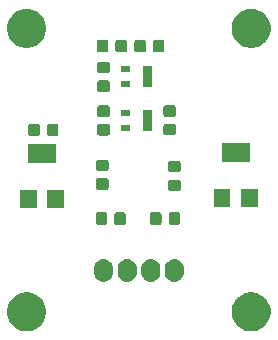
<source format=gts>
G04 #@! TF.GenerationSoftware,KiCad,Pcbnew,(5.1.2)-1*
G04 #@! TF.CreationDate,2021-06-27T22:03:38+09:00*
G04 #@! TF.ProjectId,ls,6c732e6b-6963-4616-945f-706362585858,v1.0*
G04 #@! TF.SameCoordinates,Original*
G04 #@! TF.FileFunction,Soldermask,Top*
G04 #@! TF.FilePolarity,Negative*
%FSLAX46Y46*%
G04 Gerber Fmt 4.6, Leading zero omitted, Abs format (unit mm)*
G04 Created by KiCad (PCBNEW (5.1.2)-1) date 2021-06-27 22:03:38*
%MOMM*%
%LPD*%
G04 APERTURE LIST*
%ADD10C,0.100000*%
G04 APERTURE END LIST*
D10*
G36*
X157375256Y-110391298D02*
G01*
X157481579Y-110412447D01*
X157782042Y-110536903D01*
X158052451Y-110717585D01*
X158282415Y-110947549D01*
X158463097Y-111217958D01*
X158587553Y-111518421D01*
X158651000Y-111837391D01*
X158651000Y-112162609D01*
X158587553Y-112481579D01*
X158463097Y-112782042D01*
X158282415Y-113052451D01*
X158052451Y-113282415D01*
X157782042Y-113463097D01*
X157481579Y-113587553D01*
X157375256Y-113608702D01*
X157162611Y-113651000D01*
X156837389Y-113651000D01*
X156624744Y-113608702D01*
X156518421Y-113587553D01*
X156217958Y-113463097D01*
X155947549Y-113282415D01*
X155717585Y-113052451D01*
X155536903Y-112782042D01*
X155412447Y-112481579D01*
X155349000Y-112162609D01*
X155349000Y-111837391D01*
X155412447Y-111518421D01*
X155536903Y-111217958D01*
X155717585Y-110947549D01*
X155947549Y-110717585D01*
X156217958Y-110536903D01*
X156518421Y-110412447D01*
X156624744Y-110391298D01*
X156837389Y-110349000D01*
X157162611Y-110349000D01*
X157375256Y-110391298D01*
X157375256Y-110391298D01*
G37*
G36*
X138375256Y-110391298D02*
G01*
X138481579Y-110412447D01*
X138782042Y-110536903D01*
X139052451Y-110717585D01*
X139282415Y-110947549D01*
X139463097Y-111217958D01*
X139587553Y-111518421D01*
X139651000Y-111837391D01*
X139651000Y-112162609D01*
X139587553Y-112481579D01*
X139463097Y-112782042D01*
X139282415Y-113052451D01*
X139052451Y-113282415D01*
X138782042Y-113463097D01*
X138481579Y-113587553D01*
X138375256Y-113608702D01*
X138162611Y-113651000D01*
X137837389Y-113651000D01*
X137624744Y-113608702D01*
X137518421Y-113587553D01*
X137217958Y-113463097D01*
X136947549Y-113282415D01*
X136717585Y-113052451D01*
X136536903Y-112782042D01*
X136412447Y-112481579D01*
X136349000Y-112162609D01*
X136349000Y-111837391D01*
X136412447Y-111518421D01*
X136536903Y-111217958D01*
X136717585Y-110947549D01*
X136947549Y-110717585D01*
X137217958Y-110536903D01*
X137518421Y-110412447D01*
X137624744Y-110391298D01*
X137837389Y-110349000D01*
X138162611Y-110349000D01*
X138375256Y-110391298D01*
X138375256Y-110391298D01*
G37*
G36*
X144659376Y-107560764D02*
G01*
X144812627Y-107607252D01*
X144812630Y-107607253D01*
X144953863Y-107682744D01*
X145077659Y-107784341D01*
X145179256Y-107908137D01*
X145254747Y-108049370D01*
X145254748Y-108049373D01*
X145301236Y-108202625D01*
X145313000Y-108322068D01*
X145313000Y-108677933D01*
X145301236Y-108797376D01*
X145254748Y-108950626D01*
X145254747Y-108950630D01*
X145179256Y-109091863D01*
X145077659Y-109215659D01*
X144953863Y-109317256D01*
X144812629Y-109392747D01*
X144812626Y-109392748D01*
X144659375Y-109439236D01*
X144500000Y-109454933D01*
X144340624Y-109439236D01*
X144187373Y-109392748D01*
X144187370Y-109392747D01*
X144046137Y-109317256D01*
X143922341Y-109215659D01*
X143820744Y-109091863D01*
X143745253Y-108950629D01*
X143745252Y-108950626D01*
X143698764Y-108797375D01*
X143687000Y-108677932D01*
X143687000Y-108322067D01*
X143698764Y-108202624D01*
X143745252Y-108049373D01*
X143745253Y-108049370D01*
X143820744Y-107908137D01*
X143922341Y-107784341D01*
X144046137Y-107682744D01*
X144187371Y-107607253D01*
X144187374Y-107607252D01*
X144340625Y-107560764D01*
X144500000Y-107545067D01*
X144659376Y-107560764D01*
X144659376Y-107560764D01*
G37*
G36*
X146659376Y-107560764D02*
G01*
X146812627Y-107607252D01*
X146812630Y-107607253D01*
X146953863Y-107682744D01*
X147077659Y-107784341D01*
X147179256Y-107908137D01*
X147254747Y-108049370D01*
X147254748Y-108049373D01*
X147301236Y-108202625D01*
X147313000Y-108322068D01*
X147313000Y-108677933D01*
X147301236Y-108797376D01*
X147254748Y-108950626D01*
X147254747Y-108950630D01*
X147179256Y-109091863D01*
X147077659Y-109215659D01*
X146953863Y-109317256D01*
X146812629Y-109392747D01*
X146812626Y-109392748D01*
X146659375Y-109439236D01*
X146500000Y-109454933D01*
X146340624Y-109439236D01*
X146187373Y-109392748D01*
X146187370Y-109392747D01*
X146046137Y-109317256D01*
X145922341Y-109215659D01*
X145820744Y-109091863D01*
X145745253Y-108950629D01*
X145745252Y-108950626D01*
X145698764Y-108797375D01*
X145687000Y-108677932D01*
X145687000Y-108322067D01*
X145698764Y-108202624D01*
X145745252Y-108049373D01*
X145745253Y-108049370D01*
X145820744Y-107908137D01*
X145922341Y-107784341D01*
X146046137Y-107682744D01*
X146187371Y-107607253D01*
X146187374Y-107607252D01*
X146340625Y-107560764D01*
X146500000Y-107545067D01*
X146659376Y-107560764D01*
X146659376Y-107560764D01*
G37*
G36*
X150659376Y-107560764D02*
G01*
X150812627Y-107607252D01*
X150812630Y-107607253D01*
X150953863Y-107682744D01*
X151077659Y-107784341D01*
X151179256Y-107908137D01*
X151254747Y-108049370D01*
X151254748Y-108049373D01*
X151301236Y-108202625D01*
X151313000Y-108322068D01*
X151313000Y-108677933D01*
X151301236Y-108797376D01*
X151254748Y-108950626D01*
X151254747Y-108950630D01*
X151179256Y-109091863D01*
X151077659Y-109215659D01*
X150953863Y-109317256D01*
X150812629Y-109392747D01*
X150812626Y-109392748D01*
X150659375Y-109439236D01*
X150500000Y-109454933D01*
X150340624Y-109439236D01*
X150187373Y-109392748D01*
X150187370Y-109392747D01*
X150046137Y-109317256D01*
X149922341Y-109215659D01*
X149820744Y-109091863D01*
X149745253Y-108950629D01*
X149745252Y-108950626D01*
X149698764Y-108797375D01*
X149687000Y-108677932D01*
X149687000Y-108322067D01*
X149698764Y-108202624D01*
X149745252Y-108049373D01*
X149745253Y-108049370D01*
X149820744Y-107908137D01*
X149922341Y-107784341D01*
X150046137Y-107682744D01*
X150187371Y-107607253D01*
X150187374Y-107607252D01*
X150340625Y-107560764D01*
X150500000Y-107545067D01*
X150659376Y-107560764D01*
X150659376Y-107560764D01*
G37*
G36*
X148659376Y-107560764D02*
G01*
X148812627Y-107607252D01*
X148812630Y-107607253D01*
X148953863Y-107682744D01*
X149077659Y-107784341D01*
X149179256Y-107908137D01*
X149254747Y-108049370D01*
X149254748Y-108049373D01*
X149301236Y-108202625D01*
X149313000Y-108322068D01*
X149313000Y-108677933D01*
X149301236Y-108797376D01*
X149254748Y-108950626D01*
X149254747Y-108950630D01*
X149179256Y-109091863D01*
X149077659Y-109215659D01*
X148953863Y-109317256D01*
X148812629Y-109392747D01*
X148812626Y-109392748D01*
X148659375Y-109439236D01*
X148500000Y-109454933D01*
X148340624Y-109439236D01*
X148187373Y-109392748D01*
X148187370Y-109392747D01*
X148046137Y-109317256D01*
X147922341Y-109215659D01*
X147820744Y-109091863D01*
X147745253Y-108950629D01*
X147745252Y-108950626D01*
X147698764Y-108797375D01*
X147687000Y-108677932D01*
X147687000Y-108322067D01*
X147698764Y-108202624D01*
X147745252Y-108049373D01*
X147745253Y-108049370D01*
X147820744Y-107908137D01*
X147922341Y-107784341D01*
X148046137Y-107682744D01*
X148187371Y-107607253D01*
X148187374Y-107607252D01*
X148340625Y-107560764D01*
X148500000Y-107545067D01*
X148659376Y-107560764D01*
X148659376Y-107560764D01*
G37*
G36*
X144666591Y-103578085D02*
G01*
X144700569Y-103588393D01*
X144731890Y-103605134D01*
X144759339Y-103627661D01*
X144781866Y-103655110D01*
X144798607Y-103686431D01*
X144808915Y-103720409D01*
X144813000Y-103761890D01*
X144813000Y-104438110D01*
X144808915Y-104479591D01*
X144798607Y-104513569D01*
X144781866Y-104544890D01*
X144759339Y-104572339D01*
X144731890Y-104594866D01*
X144700569Y-104611607D01*
X144666591Y-104621915D01*
X144625110Y-104626000D01*
X144023890Y-104626000D01*
X143982409Y-104621915D01*
X143948431Y-104611607D01*
X143917110Y-104594866D01*
X143889661Y-104572339D01*
X143867134Y-104544890D01*
X143850393Y-104513569D01*
X143840085Y-104479591D01*
X143836000Y-104438110D01*
X143836000Y-103761890D01*
X143840085Y-103720409D01*
X143850393Y-103686431D01*
X143867134Y-103655110D01*
X143889661Y-103627661D01*
X143917110Y-103605134D01*
X143948431Y-103588393D01*
X143982409Y-103578085D01*
X144023890Y-103574000D01*
X144625110Y-103574000D01*
X144666591Y-103578085D01*
X144666591Y-103578085D01*
G37*
G36*
X146241591Y-103578085D02*
G01*
X146275569Y-103588393D01*
X146306890Y-103605134D01*
X146334339Y-103627661D01*
X146356866Y-103655110D01*
X146373607Y-103686431D01*
X146383915Y-103720409D01*
X146388000Y-103761890D01*
X146388000Y-104438110D01*
X146383915Y-104479591D01*
X146373607Y-104513569D01*
X146356866Y-104544890D01*
X146334339Y-104572339D01*
X146306890Y-104594866D01*
X146275569Y-104611607D01*
X146241591Y-104621915D01*
X146200110Y-104626000D01*
X145598890Y-104626000D01*
X145557409Y-104621915D01*
X145523431Y-104611607D01*
X145492110Y-104594866D01*
X145464661Y-104572339D01*
X145442134Y-104544890D01*
X145425393Y-104513569D01*
X145415085Y-104479591D01*
X145411000Y-104438110D01*
X145411000Y-103761890D01*
X145415085Y-103720409D01*
X145425393Y-103686431D01*
X145442134Y-103655110D01*
X145464661Y-103627661D01*
X145492110Y-103605134D01*
X145523431Y-103588393D01*
X145557409Y-103578085D01*
X145598890Y-103574000D01*
X146200110Y-103574000D01*
X146241591Y-103578085D01*
X146241591Y-103578085D01*
G37*
G36*
X149266591Y-103578085D02*
G01*
X149300569Y-103588393D01*
X149331890Y-103605134D01*
X149359339Y-103627661D01*
X149381866Y-103655110D01*
X149398607Y-103686431D01*
X149408915Y-103720409D01*
X149413000Y-103761890D01*
X149413000Y-104438110D01*
X149408915Y-104479591D01*
X149398607Y-104513569D01*
X149381866Y-104544890D01*
X149359339Y-104572339D01*
X149331890Y-104594866D01*
X149300569Y-104611607D01*
X149266591Y-104621915D01*
X149225110Y-104626000D01*
X148623890Y-104626000D01*
X148582409Y-104621915D01*
X148548431Y-104611607D01*
X148517110Y-104594866D01*
X148489661Y-104572339D01*
X148467134Y-104544890D01*
X148450393Y-104513569D01*
X148440085Y-104479591D01*
X148436000Y-104438110D01*
X148436000Y-103761890D01*
X148440085Y-103720409D01*
X148450393Y-103686431D01*
X148467134Y-103655110D01*
X148489661Y-103627661D01*
X148517110Y-103605134D01*
X148548431Y-103588393D01*
X148582409Y-103578085D01*
X148623890Y-103574000D01*
X149225110Y-103574000D01*
X149266591Y-103578085D01*
X149266591Y-103578085D01*
G37*
G36*
X150841591Y-103578085D02*
G01*
X150875569Y-103588393D01*
X150906890Y-103605134D01*
X150934339Y-103627661D01*
X150956866Y-103655110D01*
X150973607Y-103686431D01*
X150983915Y-103720409D01*
X150988000Y-103761890D01*
X150988000Y-104438110D01*
X150983915Y-104479591D01*
X150973607Y-104513569D01*
X150956866Y-104544890D01*
X150934339Y-104572339D01*
X150906890Y-104594866D01*
X150875569Y-104611607D01*
X150841591Y-104621915D01*
X150800110Y-104626000D01*
X150198890Y-104626000D01*
X150157409Y-104621915D01*
X150123431Y-104611607D01*
X150092110Y-104594866D01*
X150064661Y-104572339D01*
X150042134Y-104544890D01*
X150025393Y-104513569D01*
X150015085Y-104479591D01*
X150011000Y-104438110D01*
X150011000Y-103761890D01*
X150015085Y-103720409D01*
X150025393Y-103686431D01*
X150042134Y-103655110D01*
X150064661Y-103627661D01*
X150092110Y-103605134D01*
X150123431Y-103588393D01*
X150157409Y-103578085D01*
X150198890Y-103574000D01*
X150800110Y-103574000D01*
X150841591Y-103578085D01*
X150841591Y-103578085D01*
G37*
G36*
X141148050Y-103200550D02*
G01*
X139748110Y-103200550D01*
X139748110Y-101699010D01*
X141148050Y-101699010D01*
X141148050Y-103200550D01*
X141148050Y-103200550D01*
G37*
G36*
X138851890Y-103200550D02*
G01*
X137451950Y-103200550D01*
X137451950Y-101699010D01*
X138851890Y-101699010D01*
X138851890Y-103200550D01*
X138851890Y-103200550D01*
G37*
G36*
X157548050Y-103100550D02*
G01*
X156148110Y-103100550D01*
X156148110Y-101599010D01*
X157548050Y-101599010D01*
X157548050Y-103100550D01*
X157548050Y-103100550D01*
G37*
G36*
X155251890Y-103100550D02*
G01*
X153851950Y-103100550D01*
X153851950Y-101599010D01*
X155251890Y-101599010D01*
X155251890Y-103100550D01*
X155251890Y-103100550D01*
G37*
G36*
X150879591Y-100803085D02*
G01*
X150913569Y-100813393D01*
X150944890Y-100830134D01*
X150972339Y-100852661D01*
X150994866Y-100880110D01*
X151011607Y-100911431D01*
X151021915Y-100945409D01*
X151026000Y-100986890D01*
X151026000Y-101588110D01*
X151021915Y-101629591D01*
X151011607Y-101663569D01*
X150994866Y-101694890D01*
X150972339Y-101722339D01*
X150944890Y-101744866D01*
X150913569Y-101761607D01*
X150879591Y-101771915D01*
X150838110Y-101776000D01*
X150161890Y-101776000D01*
X150120409Y-101771915D01*
X150086431Y-101761607D01*
X150055110Y-101744866D01*
X150027661Y-101722339D01*
X150005134Y-101694890D01*
X149988393Y-101663569D01*
X149978085Y-101629591D01*
X149974000Y-101588110D01*
X149974000Y-100986890D01*
X149978085Y-100945409D01*
X149988393Y-100911431D01*
X150005134Y-100880110D01*
X150027661Y-100852661D01*
X150055110Y-100830134D01*
X150086431Y-100813393D01*
X150120409Y-100803085D01*
X150161890Y-100799000D01*
X150838110Y-100799000D01*
X150879591Y-100803085D01*
X150879591Y-100803085D01*
G37*
G36*
X144779591Y-100691085D02*
G01*
X144813569Y-100701393D01*
X144844890Y-100718134D01*
X144872339Y-100740661D01*
X144894866Y-100768110D01*
X144911607Y-100799431D01*
X144921915Y-100833409D01*
X144926000Y-100874890D01*
X144926000Y-101476110D01*
X144921915Y-101517591D01*
X144911607Y-101551569D01*
X144894866Y-101582890D01*
X144872339Y-101610339D01*
X144844890Y-101632866D01*
X144813569Y-101649607D01*
X144779591Y-101659915D01*
X144738110Y-101664000D01*
X144061890Y-101664000D01*
X144020409Y-101659915D01*
X143986431Y-101649607D01*
X143955110Y-101632866D01*
X143927661Y-101610339D01*
X143905134Y-101582890D01*
X143888393Y-101551569D01*
X143878085Y-101517591D01*
X143874000Y-101476110D01*
X143874000Y-100874890D01*
X143878085Y-100833409D01*
X143888393Y-100799431D01*
X143905134Y-100768110D01*
X143927661Y-100740661D01*
X143955110Y-100718134D01*
X143986431Y-100701393D01*
X144020409Y-100691085D01*
X144061890Y-100687000D01*
X144738110Y-100687000D01*
X144779591Y-100691085D01*
X144779591Y-100691085D01*
G37*
G36*
X150879591Y-99228085D02*
G01*
X150913569Y-99238393D01*
X150944890Y-99255134D01*
X150972339Y-99277661D01*
X150994866Y-99305110D01*
X151011607Y-99336431D01*
X151021915Y-99370409D01*
X151026000Y-99411890D01*
X151026000Y-100013110D01*
X151021915Y-100054591D01*
X151011607Y-100088569D01*
X150994866Y-100119890D01*
X150972339Y-100147339D01*
X150944890Y-100169866D01*
X150913569Y-100186607D01*
X150879591Y-100196915D01*
X150838110Y-100201000D01*
X150161890Y-100201000D01*
X150120409Y-100196915D01*
X150086431Y-100186607D01*
X150055110Y-100169866D01*
X150027661Y-100147339D01*
X150005134Y-100119890D01*
X149988393Y-100088569D01*
X149978085Y-100054591D01*
X149974000Y-100013110D01*
X149974000Y-99411890D01*
X149978085Y-99370409D01*
X149988393Y-99336431D01*
X150005134Y-99305110D01*
X150027661Y-99277661D01*
X150055110Y-99255134D01*
X150086431Y-99238393D01*
X150120409Y-99228085D01*
X150161890Y-99224000D01*
X150838110Y-99224000D01*
X150879591Y-99228085D01*
X150879591Y-99228085D01*
G37*
G36*
X144779591Y-99116085D02*
G01*
X144813569Y-99126393D01*
X144844890Y-99143134D01*
X144872339Y-99165661D01*
X144894866Y-99193110D01*
X144911607Y-99224431D01*
X144921915Y-99258409D01*
X144926000Y-99299890D01*
X144926000Y-99901110D01*
X144921915Y-99942591D01*
X144911607Y-99976569D01*
X144894866Y-100007890D01*
X144872339Y-100035339D01*
X144844890Y-100057866D01*
X144813569Y-100074607D01*
X144779591Y-100084915D01*
X144738110Y-100089000D01*
X144061890Y-100089000D01*
X144020409Y-100084915D01*
X143986431Y-100074607D01*
X143955110Y-100057866D01*
X143927661Y-100035339D01*
X143905134Y-100007890D01*
X143888393Y-99976569D01*
X143878085Y-99942591D01*
X143874000Y-99901110D01*
X143874000Y-99299890D01*
X143878085Y-99258409D01*
X143888393Y-99224431D01*
X143905134Y-99193110D01*
X143927661Y-99165661D01*
X143955110Y-99143134D01*
X143986431Y-99126393D01*
X144020409Y-99116085D01*
X144061890Y-99112000D01*
X144738110Y-99112000D01*
X144779591Y-99116085D01*
X144779591Y-99116085D01*
G37*
G36*
X140500350Y-99401980D02*
G01*
X138099650Y-99401980D01*
X138099650Y-97801380D01*
X140500350Y-97801380D01*
X140500350Y-99401980D01*
X140500350Y-99401980D01*
G37*
G36*
X156900350Y-99301980D02*
G01*
X154499650Y-99301980D01*
X154499650Y-97701380D01*
X156900350Y-97701380D01*
X156900350Y-99301980D01*
X156900350Y-99301980D01*
G37*
G36*
X140541591Y-96078085D02*
G01*
X140575569Y-96088393D01*
X140606890Y-96105134D01*
X140634339Y-96127661D01*
X140656866Y-96155110D01*
X140673607Y-96186431D01*
X140683915Y-96220409D01*
X140688000Y-96261890D01*
X140688000Y-96938110D01*
X140683915Y-96979591D01*
X140673607Y-97013569D01*
X140656866Y-97044890D01*
X140634339Y-97072339D01*
X140606890Y-97094866D01*
X140575569Y-97111607D01*
X140541591Y-97121915D01*
X140500110Y-97126000D01*
X139898890Y-97126000D01*
X139857409Y-97121915D01*
X139823431Y-97111607D01*
X139792110Y-97094866D01*
X139764661Y-97072339D01*
X139742134Y-97044890D01*
X139725393Y-97013569D01*
X139715085Y-96979591D01*
X139711000Y-96938110D01*
X139711000Y-96261890D01*
X139715085Y-96220409D01*
X139725393Y-96186431D01*
X139742134Y-96155110D01*
X139764661Y-96127661D01*
X139792110Y-96105134D01*
X139823431Y-96088393D01*
X139857409Y-96078085D01*
X139898890Y-96074000D01*
X140500110Y-96074000D01*
X140541591Y-96078085D01*
X140541591Y-96078085D01*
G37*
G36*
X138966591Y-96078085D02*
G01*
X139000569Y-96088393D01*
X139031890Y-96105134D01*
X139059339Y-96127661D01*
X139081866Y-96155110D01*
X139098607Y-96186431D01*
X139108915Y-96220409D01*
X139113000Y-96261890D01*
X139113000Y-96938110D01*
X139108915Y-96979591D01*
X139098607Y-97013569D01*
X139081866Y-97044890D01*
X139059339Y-97072339D01*
X139031890Y-97094866D01*
X139000569Y-97111607D01*
X138966591Y-97121915D01*
X138925110Y-97126000D01*
X138323890Y-97126000D01*
X138282409Y-97121915D01*
X138248431Y-97111607D01*
X138217110Y-97094866D01*
X138189661Y-97072339D01*
X138167134Y-97044890D01*
X138150393Y-97013569D01*
X138140085Y-96979591D01*
X138136000Y-96938110D01*
X138136000Y-96261890D01*
X138140085Y-96220409D01*
X138150393Y-96186431D01*
X138167134Y-96155110D01*
X138189661Y-96127661D01*
X138217110Y-96105134D01*
X138248431Y-96088393D01*
X138282409Y-96078085D01*
X138323890Y-96074000D01*
X138925110Y-96074000D01*
X138966591Y-96078085D01*
X138966591Y-96078085D01*
G37*
G36*
X144879591Y-96103085D02*
G01*
X144913569Y-96113393D01*
X144944890Y-96130134D01*
X144972339Y-96152661D01*
X144994866Y-96180110D01*
X145011607Y-96211431D01*
X145021915Y-96245409D01*
X145026000Y-96286890D01*
X145026000Y-96888110D01*
X145021915Y-96929591D01*
X145011607Y-96963569D01*
X144994866Y-96994890D01*
X144972339Y-97022339D01*
X144944890Y-97044866D01*
X144913569Y-97061607D01*
X144879591Y-97071915D01*
X144838110Y-97076000D01*
X144161890Y-97076000D01*
X144120409Y-97071915D01*
X144086431Y-97061607D01*
X144055110Y-97044866D01*
X144027661Y-97022339D01*
X144005134Y-96994890D01*
X143988393Y-96963569D01*
X143978085Y-96929591D01*
X143974000Y-96888110D01*
X143974000Y-96286890D01*
X143978085Y-96245409D01*
X143988393Y-96211431D01*
X144005134Y-96180110D01*
X144027661Y-96152661D01*
X144055110Y-96130134D01*
X144086431Y-96113393D01*
X144120409Y-96103085D01*
X144161890Y-96099000D01*
X144838110Y-96099000D01*
X144879591Y-96103085D01*
X144879591Y-96103085D01*
G37*
G36*
X150479591Y-96090585D02*
G01*
X150513569Y-96100893D01*
X150544890Y-96117634D01*
X150572339Y-96140161D01*
X150594866Y-96167610D01*
X150611607Y-96198931D01*
X150621915Y-96232909D01*
X150626000Y-96274390D01*
X150626000Y-96875610D01*
X150621915Y-96917091D01*
X150611607Y-96951069D01*
X150594866Y-96982390D01*
X150572339Y-97009839D01*
X150544890Y-97032366D01*
X150513569Y-97049107D01*
X150479591Y-97059415D01*
X150438110Y-97063500D01*
X149761890Y-97063500D01*
X149720409Y-97059415D01*
X149686431Y-97049107D01*
X149655110Y-97032366D01*
X149627661Y-97009839D01*
X149605134Y-96982390D01*
X149588393Y-96951069D01*
X149578085Y-96917091D01*
X149574000Y-96875610D01*
X149574000Y-96274390D01*
X149578085Y-96232909D01*
X149588393Y-96198931D01*
X149605134Y-96167610D01*
X149627661Y-96140161D01*
X149655110Y-96117634D01*
X149686431Y-96100893D01*
X149720409Y-96090585D01*
X149761890Y-96086500D01*
X150438110Y-96086500D01*
X150479591Y-96090585D01*
X150479591Y-96090585D01*
G37*
G36*
X146726000Y-96701000D02*
G01*
X145974000Y-96701000D01*
X145974000Y-96199000D01*
X146726000Y-96199000D01*
X146726000Y-96701000D01*
X146726000Y-96701000D01*
G37*
G36*
X148626000Y-96701000D02*
G01*
X147874000Y-96701000D01*
X147874000Y-94899000D01*
X148626000Y-94899000D01*
X148626000Y-96701000D01*
X148626000Y-96701000D01*
G37*
G36*
X144879591Y-94528085D02*
G01*
X144913569Y-94538393D01*
X144944890Y-94555134D01*
X144972339Y-94577661D01*
X144994866Y-94605110D01*
X145011607Y-94636431D01*
X145021915Y-94670409D01*
X145026000Y-94711890D01*
X145026000Y-95313110D01*
X145021915Y-95354591D01*
X145011607Y-95388569D01*
X144994866Y-95419890D01*
X144972339Y-95447339D01*
X144944890Y-95469866D01*
X144913569Y-95486607D01*
X144879591Y-95496915D01*
X144838110Y-95501000D01*
X144161890Y-95501000D01*
X144120409Y-95496915D01*
X144086431Y-95486607D01*
X144055110Y-95469866D01*
X144027661Y-95447339D01*
X144005134Y-95419890D01*
X143988393Y-95388569D01*
X143978085Y-95354591D01*
X143974000Y-95313110D01*
X143974000Y-94711890D01*
X143978085Y-94670409D01*
X143988393Y-94636431D01*
X144005134Y-94605110D01*
X144027661Y-94577661D01*
X144055110Y-94555134D01*
X144086431Y-94538393D01*
X144120409Y-94528085D01*
X144161890Y-94524000D01*
X144838110Y-94524000D01*
X144879591Y-94528085D01*
X144879591Y-94528085D01*
G37*
G36*
X150479591Y-94515585D02*
G01*
X150513569Y-94525893D01*
X150544890Y-94542634D01*
X150572339Y-94565161D01*
X150594866Y-94592610D01*
X150611607Y-94623931D01*
X150621915Y-94657909D01*
X150626000Y-94699390D01*
X150626000Y-95300610D01*
X150621915Y-95342091D01*
X150611607Y-95376069D01*
X150594866Y-95407390D01*
X150572339Y-95434839D01*
X150544890Y-95457366D01*
X150513569Y-95474107D01*
X150479591Y-95484415D01*
X150438110Y-95488500D01*
X149761890Y-95488500D01*
X149720409Y-95484415D01*
X149686431Y-95474107D01*
X149655110Y-95457366D01*
X149627661Y-95434839D01*
X149605134Y-95407390D01*
X149588393Y-95376069D01*
X149578085Y-95342091D01*
X149574000Y-95300610D01*
X149574000Y-94699390D01*
X149578085Y-94657909D01*
X149588393Y-94623931D01*
X149605134Y-94592610D01*
X149627661Y-94565161D01*
X149655110Y-94542634D01*
X149686431Y-94525893D01*
X149720409Y-94515585D01*
X149761890Y-94511500D01*
X150438110Y-94511500D01*
X150479591Y-94515585D01*
X150479591Y-94515585D01*
G37*
G36*
X146726000Y-95401000D02*
G01*
X145974000Y-95401000D01*
X145974000Y-94899000D01*
X146726000Y-94899000D01*
X146726000Y-95401000D01*
X146726000Y-95401000D01*
G37*
G36*
X144879591Y-92415585D02*
G01*
X144913569Y-92425893D01*
X144944890Y-92442634D01*
X144972339Y-92465161D01*
X144994866Y-92492610D01*
X145011607Y-92523931D01*
X145021915Y-92557909D01*
X145026000Y-92599390D01*
X145026000Y-93200610D01*
X145021915Y-93242091D01*
X145011607Y-93276069D01*
X144994866Y-93307390D01*
X144972339Y-93334839D01*
X144944890Y-93357366D01*
X144913569Y-93374107D01*
X144879591Y-93384415D01*
X144838110Y-93388500D01*
X144161890Y-93388500D01*
X144120409Y-93384415D01*
X144086431Y-93374107D01*
X144055110Y-93357366D01*
X144027661Y-93334839D01*
X144005134Y-93307390D01*
X143988393Y-93276069D01*
X143978085Y-93242091D01*
X143974000Y-93200610D01*
X143974000Y-92599390D01*
X143978085Y-92557909D01*
X143988393Y-92523931D01*
X144005134Y-92492610D01*
X144027661Y-92465161D01*
X144055110Y-92442634D01*
X144086431Y-92425893D01*
X144120409Y-92415585D01*
X144161890Y-92411500D01*
X144838110Y-92411500D01*
X144879591Y-92415585D01*
X144879591Y-92415585D01*
G37*
G36*
X148626000Y-93001000D02*
G01*
X147874000Y-93001000D01*
X147874000Y-91199000D01*
X148626000Y-91199000D01*
X148626000Y-93001000D01*
X148626000Y-93001000D01*
G37*
G36*
X146726000Y-93001000D02*
G01*
X145974000Y-93001000D01*
X145974000Y-92499000D01*
X146726000Y-92499000D01*
X146726000Y-93001000D01*
X146726000Y-93001000D01*
G37*
G36*
X144879591Y-90840585D02*
G01*
X144913569Y-90850893D01*
X144944890Y-90867634D01*
X144972339Y-90890161D01*
X144994866Y-90917610D01*
X145011607Y-90948931D01*
X145021915Y-90982909D01*
X145026000Y-91024390D01*
X145026000Y-91625610D01*
X145021915Y-91667091D01*
X145011607Y-91701069D01*
X144994866Y-91732390D01*
X144972339Y-91759839D01*
X144944890Y-91782366D01*
X144913569Y-91799107D01*
X144879591Y-91809415D01*
X144838110Y-91813500D01*
X144161890Y-91813500D01*
X144120409Y-91809415D01*
X144086431Y-91799107D01*
X144055110Y-91782366D01*
X144027661Y-91759839D01*
X144005134Y-91732390D01*
X143988393Y-91701069D01*
X143978085Y-91667091D01*
X143974000Y-91625610D01*
X143974000Y-91024390D01*
X143978085Y-90982909D01*
X143988393Y-90948931D01*
X144005134Y-90917610D01*
X144027661Y-90890161D01*
X144055110Y-90867634D01*
X144086431Y-90850893D01*
X144120409Y-90840585D01*
X144161890Y-90836500D01*
X144838110Y-90836500D01*
X144879591Y-90840585D01*
X144879591Y-90840585D01*
G37*
G36*
X146726000Y-91701000D02*
G01*
X145974000Y-91701000D01*
X145974000Y-91199000D01*
X146726000Y-91199000D01*
X146726000Y-91701000D01*
X146726000Y-91701000D01*
G37*
G36*
X149517591Y-88978085D02*
G01*
X149551569Y-88988393D01*
X149582890Y-89005134D01*
X149610339Y-89027661D01*
X149632866Y-89055110D01*
X149649607Y-89086431D01*
X149659915Y-89120409D01*
X149664000Y-89161890D01*
X149664000Y-89838110D01*
X149659915Y-89879591D01*
X149649607Y-89913569D01*
X149632866Y-89944890D01*
X149610339Y-89972339D01*
X149582890Y-89994866D01*
X149551569Y-90011607D01*
X149517591Y-90021915D01*
X149476110Y-90026000D01*
X148874890Y-90026000D01*
X148833409Y-90021915D01*
X148799431Y-90011607D01*
X148768110Y-89994866D01*
X148740661Y-89972339D01*
X148718134Y-89944890D01*
X148701393Y-89913569D01*
X148691085Y-89879591D01*
X148687000Y-89838110D01*
X148687000Y-89161890D01*
X148691085Y-89120409D01*
X148701393Y-89086431D01*
X148718134Y-89055110D01*
X148740661Y-89027661D01*
X148768110Y-89005134D01*
X148799431Y-88988393D01*
X148833409Y-88978085D01*
X148874890Y-88974000D01*
X149476110Y-88974000D01*
X149517591Y-88978085D01*
X149517591Y-88978085D01*
G37*
G36*
X147942591Y-88978085D02*
G01*
X147976569Y-88988393D01*
X148007890Y-89005134D01*
X148035339Y-89027661D01*
X148057866Y-89055110D01*
X148074607Y-89086431D01*
X148084915Y-89120409D01*
X148089000Y-89161890D01*
X148089000Y-89838110D01*
X148084915Y-89879591D01*
X148074607Y-89913569D01*
X148057866Y-89944890D01*
X148035339Y-89972339D01*
X148007890Y-89994866D01*
X147976569Y-90011607D01*
X147942591Y-90021915D01*
X147901110Y-90026000D01*
X147299890Y-90026000D01*
X147258409Y-90021915D01*
X147224431Y-90011607D01*
X147193110Y-89994866D01*
X147165661Y-89972339D01*
X147143134Y-89944890D01*
X147126393Y-89913569D01*
X147116085Y-89879591D01*
X147112000Y-89838110D01*
X147112000Y-89161890D01*
X147116085Y-89120409D01*
X147126393Y-89086431D01*
X147143134Y-89055110D01*
X147165661Y-89027661D01*
X147193110Y-89005134D01*
X147224431Y-88988393D01*
X147258409Y-88978085D01*
X147299890Y-88974000D01*
X147901110Y-88974000D01*
X147942591Y-88978085D01*
X147942591Y-88978085D01*
G37*
G36*
X146341591Y-88978085D02*
G01*
X146375569Y-88988393D01*
X146406890Y-89005134D01*
X146434339Y-89027661D01*
X146456866Y-89055110D01*
X146473607Y-89086431D01*
X146483915Y-89120409D01*
X146488000Y-89161890D01*
X146488000Y-89838110D01*
X146483915Y-89879591D01*
X146473607Y-89913569D01*
X146456866Y-89944890D01*
X146434339Y-89972339D01*
X146406890Y-89994866D01*
X146375569Y-90011607D01*
X146341591Y-90021915D01*
X146300110Y-90026000D01*
X145698890Y-90026000D01*
X145657409Y-90021915D01*
X145623431Y-90011607D01*
X145592110Y-89994866D01*
X145564661Y-89972339D01*
X145542134Y-89944890D01*
X145525393Y-89913569D01*
X145515085Y-89879591D01*
X145511000Y-89838110D01*
X145511000Y-89161890D01*
X145515085Y-89120409D01*
X145525393Y-89086431D01*
X145542134Y-89055110D01*
X145564661Y-89027661D01*
X145592110Y-89005134D01*
X145623431Y-88988393D01*
X145657409Y-88978085D01*
X145698890Y-88974000D01*
X146300110Y-88974000D01*
X146341591Y-88978085D01*
X146341591Y-88978085D01*
G37*
G36*
X144766591Y-88978085D02*
G01*
X144800569Y-88988393D01*
X144831890Y-89005134D01*
X144859339Y-89027661D01*
X144881866Y-89055110D01*
X144898607Y-89086431D01*
X144908915Y-89120409D01*
X144913000Y-89161890D01*
X144913000Y-89838110D01*
X144908915Y-89879591D01*
X144898607Y-89913569D01*
X144881866Y-89944890D01*
X144859339Y-89972339D01*
X144831890Y-89994866D01*
X144800569Y-90011607D01*
X144766591Y-90021915D01*
X144725110Y-90026000D01*
X144123890Y-90026000D01*
X144082409Y-90021915D01*
X144048431Y-90011607D01*
X144017110Y-89994866D01*
X143989661Y-89972339D01*
X143967134Y-89944890D01*
X143950393Y-89913569D01*
X143940085Y-89879591D01*
X143936000Y-89838110D01*
X143936000Y-89161890D01*
X143940085Y-89120409D01*
X143950393Y-89086431D01*
X143967134Y-89055110D01*
X143989661Y-89027661D01*
X144017110Y-89005134D01*
X144048431Y-88988393D01*
X144082409Y-88978085D01*
X144123890Y-88974000D01*
X144725110Y-88974000D01*
X144766591Y-88978085D01*
X144766591Y-88978085D01*
G37*
G36*
X157375256Y-86391298D02*
G01*
X157481579Y-86412447D01*
X157782042Y-86536903D01*
X158052451Y-86717585D01*
X158282415Y-86947549D01*
X158463097Y-87217958D01*
X158587553Y-87518421D01*
X158651000Y-87837391D01*
X158651000Y-88162609D01*
X158587553Y-88481579D01*
X158463097Y-88782042D01*
X158282415Y-89052451D01*
X158052451Y-89282415D01*
X157782042Y-89463097D01*
X157481579Y-89587553D01*
X157375256Y-89608702D01*
X157162611Y-89651000D01*
X156837389Y-89651000D01*
X156624744Y-89608702D01*
X156518421Y-89587553D01*
X156217958Y-89463097D01*
X155947549Y-89282415D01*
X155717585Y-89052451D01*
X155536903Y-88782042D01*
X155412447Y-88481579D01*
X155349000Y-88162609D01*
X155349000Y-87837391D01*
X155412447Y-87518421D01*
X155536903Y-87217958D01*
X155717585Y-86947549D01*
X155947549Y-86717585D01*
X156217958Y-86536903D01*
X156518421Y-86412447D01*
X156624744Y-86391298D01*
X156837389Y-86349000D01*
X157162611Y-86349000D01*
X157375256Y-86391298D01*
X157375256Y-86391298D01*
G37*
G36*
X138375256Y-86391298D02*
G01*
X138481579Y-86412447D01*
X138782042Y-86536903D01*
X139052451Y-86717585D01*
X139282415Y-86947549D01*
X139463097Y-87217958D01*
X139587553Y-87518421D01*
X139651000Y-87837391D01*
X139651000Y-88162609D01*
X139587553Y-88481579D01*
X139463097Y-88782042D01*
X139282415Y-89052451D01*
X139052451Y-89282415D01*
X138782042Y-89463097D01*
X138481579Y-89587553D01*
X138375256Y-89608702D01*
X138162611Y-89651000D01*
X137837389Y-89651000D01*
X137624744Y-89608702D01*
X137518421Y-89587553D01*
X137217958Y-89463097D01*
X136947549Y-89282415D01*
X136717585Y-89052451D01*
X136536903Y-88782042D01*
X136412447Y-88481579D01*
X136349000Y-88162609D01*
X136349000Y-87837391D01*
X136412447Y-87518421D01*
X136536903Y-87217958D01*
X136717585Y-86947549D01*
X136947549Y-86717585D01*
X137217958Y-86536903D01*
X137518421Y-86412447D01*
X137624744Y-86391298D01*
X137837389Y-86349000D01*
X138162611Y-86349000D01*
X138375256Y-86391298D01*
X138375256Y-86391298D01*
G37*
M02*

</source>
